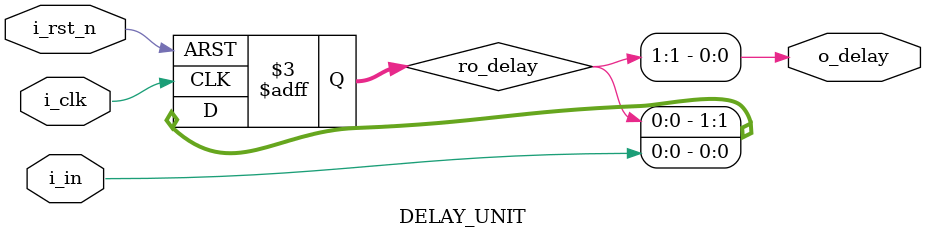
<source format=v>
`include "Timescale.v"
module DELAY_UNIT #(
    parameter P_DELAY_CYCLE = 2
)
(
    input      i_clk,
    input      i_rst_n,

    input    i_in,
    output   o_delay
);


reg [P_DELAY_CYCLE-1:0] ro_delay;
assign o_delay = ro_delay[P_DELAY_CYCLE-1];

always @(posedge i_clk or negedge i_rst_n) begin
    if(~i_rst_n)
        ro_delay <= {P_DELAY_CYCLE{1'b0}};
    else if(P_DELAY_CYCLE >= 3)
        ro_delay <= {ro_delay[P_DELAY_CYCLE-2:0], i_in};
    else if(P_DELAY_CYCLE == 2)
        ro_delay <= {ro_delay, i_in};
    else
        ro_delay <= i_in;

end
    
endmodule //DELAY_UNIT

</source>
